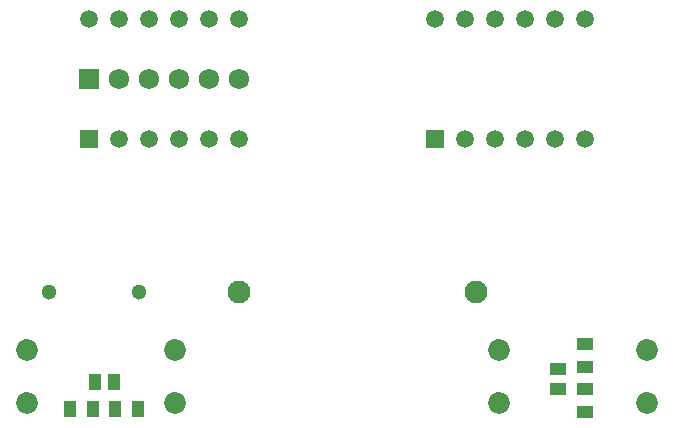
<source format=gbr>
%TF.GenerationSoftware,KiCad,Pcbnew,(5.1.10)-1*%
%TF.CreationDate,2021-07-06T17:58:10+02:00*%
%TF.ProjectId,StopWatch,53746f70-5761-4746-9368-2e6b69636164,rev?*%
%TF.SameCoordinates,Original*%
%TF.FileFunction,Soldermask,Bot*%
%TF.FilePolarity,Negative*%
%FSLAX46Y46*%
G04 Gerber Fmt 4.6, Leading zero omitted, Abs format (unit mm)*
G04 Created by KiCad (PCBNEW (5.1.10)-1) date 2021-07-06 17:58:10*
%MOMM*%
%LPD*%
G01*
G04 APERTURE LIST*
%ADD10C,1.500000*%
%ADD11R,1.500000X1.500000*%
%ADD12C,1.850000*%
%ADD13C,1.950000*%
%ADD14R,1.000000X1.400000*%
%ADD15R,1.400000X1.000000*%
%ADD16C,1.300000*%
%ADD17C,1.725000*%
%ADD18R,1.725000X1.725000*%
%ADD19R,1.050000X1.470000*%
%ADD20R,1.470000X1.050000*%
G04 APERTURE END LIST*
D10*
%TO.C,U3*%
X76970000Y-46360000D03*
X69350000Y-36200000D03*
X66810000Y-36200000D03*
X71890000Y-36200000D03*
X74430000Y-36200000D03*
X76970000Y-36200000D03*
X79510000Y-46360000D03*
X79510000Y-36200000D03*
X71890000Y-46360000D03*
X74430000Y-46360000D03*
D11*
X66810000Y-46360000D03*
D10*
X69350000Y-46360000D03*
%TD*%
%TO.C,U1*%
X37500000Y-36200000D03*
X40040000Y-36200000D03*
X42580000Y-36200000D03*
X45120000Y-36200000D03*
X47660000Y-36200000D03*
X50200000Y-36200000D03*
X50200000Y-46360000D03*
X47660000Y-46360000D03*
X45120000Y-46360000D03*
X42580000Y-46360000D03*
X40040000Y-46360000D03*
D11*
X37500000Y-46360000D03*
%TD*%
D12*
%TO.C,S1*%
X72252000Y-64256000D03*
X84752000Y-64256000D03*
X72252000Y-68756000D03*
X84752000Y-68756000D03*
%TD*%
%TO.C,S2*%
X32252000Y-64256000D03*
X44752000Y-64256000D03*
X32252000Y-68756000D03*
X44752000Y-68756000D03*
%TD*%
D13*
%TO.C,U2*%
X50228500Y-59378700D03*
X70228500Y-59378700D03*
%TD*%
D14*
%TO.C,R16*%
X35916900Y-69246200D03*
X37816900Y-69246200D03*
%TD*%
%TO.C,R15*%
X41626900Y-69246200D03*
X39726900Y-69246200D03*
%TD*%
D15*
%TO.C,R12*%
X79518000Y-63778000D03*
X79518000Y-65678000D03*
%TD*%
%TO.C,R11*%
X79518000Y-69488000D03*
X79518000Y-67588000D03*
%TD*%
D16*
%TO.C,LS1*%
X34157600Y-59378700D03*
X41757600Y-59378700D03*
%TD*%
D17*
%TO.C,J1*%
X50200000Y-41265000D03*
X47660000Y-41265000D03*
X45120000Y-41265000D03*
X42580000Y-41265000D03*
X40040000Y-41265000D03*
D18*
X37500000Y-41265000D03*
%TD*%
D19*
%TO.C,C3*%
X37980900Y-66960200D03*
X39660900Y-66960200D03*
%TD*%
D20*
%TO.C,C2*%
X77232000Y-67522000D03*
X77232000Y-65842000D03*
%TD*%
M02*

</source>
